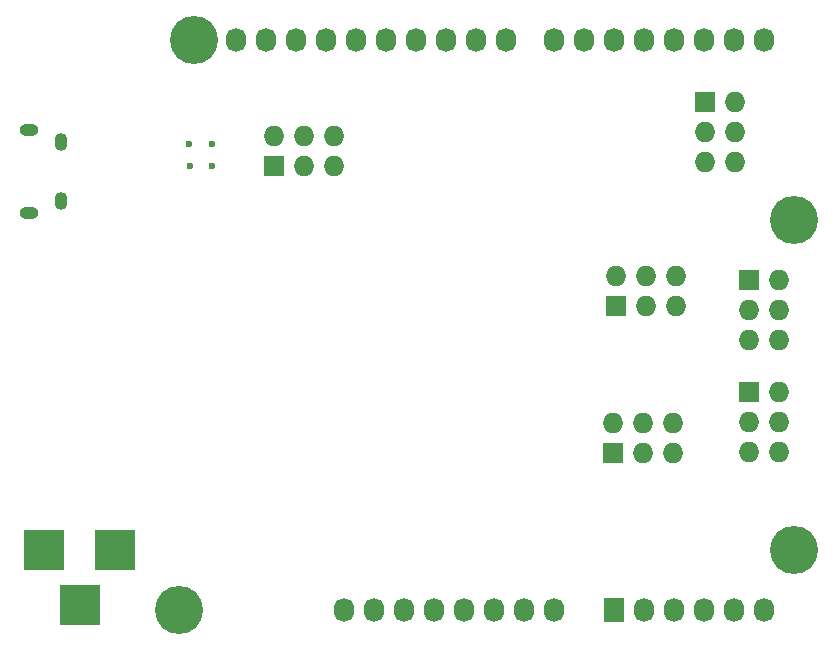
<source format=gbs>
G04 #@! TF.FileFunction,Soldermask,Bot*
%FSLAX46Y46*%
G04 Gerber Fmt 4.6, Leading zero omitted, Abs format (unit mm)*
G04 Created by KiCad (PCBNEW 4.0.2-stable) date Fri 17 Jun 2016 01:05:30 PM EDT*
%MOMM*%
G01*
G04 APERTURE LIST*
%ADD10C,0.100000*%
%ADD11C,4.064000*%
%ADD12C,0.600000*%
%ADD13R,1.727200X1.727200*%
%ADD14O,1.727200X1.727200*%
%ADD15R,1.727200X2.032000*%
%ADD16O,1.727200X2.032000*%
%ADD17R,3.500120X3.500120*%
%ADD18O,1.600000X1.000000*%
%ADD19O,1.100000X1.500000*%
G04 APERTURE END LIST*
D10*
D11*
X177038000Y-118745000D03*
D12*
X125890500Y-86232500D03*
X127762000Y-86233000D03*
X127762000Y-84395000D03*
X125778000Y-84395000D03*
D13*
X161918000Y-98165000D03*
D14*
X161918000Y-95625000D03*
X164458000Y-98165000D03*
X164458000Y-95625000D03*
X166998000Y-98165000D03*
X166998000Y-95625000D03*
D15*
X161798000Y-123825000D03*
D16*
X164338000Y-123825000D03*
X166878000Y-123825000D03*
X169418000Y-123825000D03*
X171958000Y-123825000D03*
X174498000Y-123825000D03*
D13*
X169498000Y-80825000D03*
D14*
X172038000Y-80825000D03*
X169498000Y-83365000D03*
X172038000Y-83365000D03*
X169498000Y-85905000D03*
X172038000Y-85905000D03*
D13*
X161718000Y-110565000D03*
D14*
X161718000Y-108025000D03*
X164258000Y-110565000D03*
X164258000Y-108025000D03*
X166798000Y-110565000D03*
X166798000Y-108025000D03*
D13*
X132969000Y-86233000D03*
D14*
X132969000Y-83693000D03*
X135509000Y-86233000D03*
X135509000Y-83693000D03*
X138049000Y-86233000D03*
X138049000Y-83693000D03*
D11*
X177038000Y-90805000D03*
D16*
X138938000Y-123825000D03*
X141478000Y-123825000D03*
X144018000Y-123825000D03*
X146558000Y-123825000D03*
X149098000Y-123825000D03*
X151638000Y-123825000D03*
X154178000Y-123825000D03*
X156718000Y-123825000D03*
X174498000Y-75565000D03*
X171958000Y-75565000D03*
X169418000Y-75565000D03*
X166878000Y-75565000D03*
X164338000Y-75565000D03*
X161798000Y-75565000D03*
X159258000Y-75565000D03*
X156718000Y-75565000D03*
D17*
X119537480Y-118745000D03*
X113538000Y-118745000D03*
X116537740Y-123444000D03*
D18*
X112268000Y-90241000D03*
D19*
X114968000Y-84241000D03*
X114968000Y-89241000D03*
D18*
X112268000Y-83241000D03*
D16*
X152654000Y-75565000D03*
X150114000Y-75565000D03*
X147574000Y-75565000D03*
X145034000Y-75565000D03*
X142494000Y-75565000D03*
X139954000Y-75565000D03*
X137414000Y-75565000D03*
X134874000Y-75565000D03*
X132334000Y-75565000D03*
X129794000Y-75565000D03*
D13*
X173228000Y-105410000D03*
D14*
X175768000Y-105410000D03*
X173228000Y-107950000D03*
X175768000Y-107950000D03*
X173228000Y-110490000D03*
X175768000Y-110490000D03*
D13*
X173228000Y-95885000D03*
D14*
X175768000Y-95885000D03*
X173228000Y-98425000D03*
X175768000Y-98425000D03*
X173228000Y-100965000D03*
X175768000Y-100965000D03*
D11*
X126238000Y-75565000D03*
X124968000Y-123825000D03*
M02*

</source>
